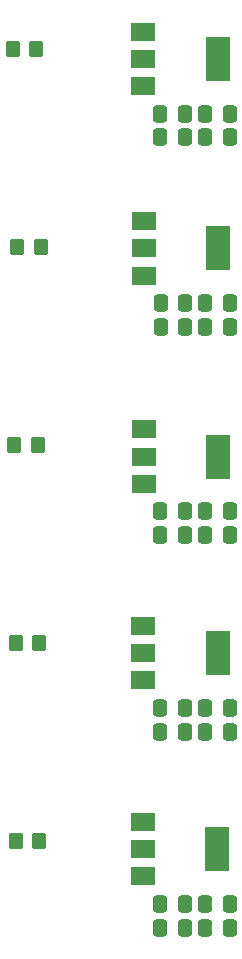
<source format=gbr>
%TF.GenerationSoftware,KiCad,Pcbnew,(6.0.4)*%
%TF.CreationDate,2022-04-03T13:08:36+08:00*%
%TF.ProjectId,Main_Board_Master,4d61696e-5f42-46f6-9172-645f4d617374,rev?*%
%TF.SameCoordinates,Original*%
%TF.FileFunction,Paste,Top*%
%TF.FilePolarity,Positive*%
%FSLAX46Y46*%
G04 Gerber Fmt 4.6, Leading zero omitted, Abs format (unit mm)*
G04 Created by KiCad (PCBNEW (6.0.4)) date 2022-04-03 13:08:36*
%MOMM*%
%LPD*%
G01*
G04 APERTURE LIST*
G04 Aperture macros list*
%AMRoundRect*
0 Rectangle with rounded corners*
0 $1 Rounding radius*
0 $2 $3 $4 $5 $6 $7 $8 $9 X,Y pos of 4 corners*
0 Add a 4 corners polygon primitive as box body*
4,1,4,$2,$3,$4,$5,$6,$7,$8,$9,$2,$3,0*
0 Add four circle primitives for the rounded corners*
1,1,$1+$1,$2,$3*
1,1,$1+$1,$4,$5*
1,1,$1+$1,$6,$7*
1,1,$1+$1,$8,$9*
0 Add four rect primitives between the rounded corners*
20,1,$1+$1,$2,$3,$4,$5,0*
20,1,$1+$1,$4,$5,$6,$7,0*
20,1,$1+$1,$6,$7,$8,$9,0*
20,1,$1+$1,$8,$9,$2,$3,0*%
G04 Aperture macros list end*
%ADD10RoundRect,0.250000X-0.337500X-0.475000X0.337500X-0.475000X0.337500X0.475000X-0.337500X0.475000X0*%
%ADD11RoundRect,0.250000X0.337500X0.475000X-0.337500X0.475000X-0.337500X-0.475000X0.337500X-0.475000X0*%
%ADD12RoundRect,0.249999X0.350001X0.450001X-0.350001X0.450001X-0.350001X-0.450001X0.350001X-0.450001X0*%
%ADD13R,2.000000X1.500000*%
%ADD14R,2.000000X3.800000*%
G04 APERTURE END LIST*
D10*
%TO.C,C1*%
X256921000Y-41122600D03*
X258996000Y-41122600D03*
%TD*%
%TO.C,C2*%
X256924900Y-39116000D03*
X258999900Y-39116000D03*
%TD*%
D11*
%TO.C,C3*%
X262809900Y-39116000D03*
X260734900Y-39116000D03*
%TD*%
%TO.C,C4*%
X262809900Y-41122600D03*
X260734900Y-41122600D03*
%TD*%
D10*
%TO.C,C5*%
X256950300Y-57175400D03*
X259025300Y-57175400D03*
%TD*%
%TO.C,C6*%
X256950300Y-55168800D03*
X259025300Y-55168800D03*
%TD*%
D11*
%TO.C,C7*%
X262809900Y-55168800D03*
X260734900Y-55168800D03*
%TD*%
%TO.C,C8*%
X262809900Y-57175400D03*
X260734900Y-57175400D03*
%TD*%
D10*
%TO.C,C9*%
X256923400Y-74792900D03*
X258998400Y-74792900D03*
%TD*%
%TO.C,C10*%
X256924900Y-72796400D03*
X258999900Y-72796400D03*
%TD*%
D11*
%TO.C,C11*%
X262809900Y-72796400D03*
X260734900Y-72796400D03*
%TD*%
%TO.C,C12*%
X262809900Y-74803000D03*
X260734900Y-74803000D03*
%TD*%
D10*
%TO.C,C13*%
X256924900Y-91440000D03*
X258999900Y-91440000D03*
%TD*%
%TO.C,C14*%
X256924900Y-89433400D03*
X258999900Y-89433400D03*
%TD*%
D11*
%TO.C,C15*%
X262809900Y-89433400D03*
X260734900Y-89433400D03*
%TD*%
%TO.C,C16*%
X262809900Y-91440000D03*
X260734900Y-91440000D03*
%TD*%
D10*
%TO.C,C17*%
X256924900Y-108026200D03*
X258999900Y-108026200D03*
%TD*%
%TO.C,C18*%
X256931600Y-106020500D03*
X259006600Y-106020500D03*
%TD*%
D11*
%TO.C,C19*%
X262809900Y-106019600D03*
X260734900Y-106019600D03*
%TD*%
%TO.C,C20*%
X262809900Y-108026200D03*
X260734900Y-108026200D03*
%TD*%
D12*
%TO.C,R1*%
X246440200Y-33629600D03*
X244440200Y-33629600D03*
%TD*%
%TO.C,R2*%
X246795800Y-50393600D03*
X244795800Y-50393600D03*
%TD*%
%TO.C,R3*%
X246541800Y-67208400D03*
X244541800Y-67208400D03*
%TD*%
%TO.C,R4*%
X246694200Y-83947000D03*
X244694200Y-83947000D03*
%TD*%
%TO.C,R5*%
X246694200Y-100711000D03*
X244694200Y-100711000D03*
%TD*%
D13*
%TO.C,U6*%
X255472800Y-32167800D03*
D14*
X261772800Y-34467800D03*
D13*
X255472800Y-34467800D03*
X255472800Y-36767800D03*
%TD*%
%TO.C,U7*%
X255523600Y-48220600D03*
D14*
X261823600Y-50520600D03*
D13*
X255523600Y-50520600D03*
X255523600Y-52820600D03*
%TD*%
%TO.C,U8*%
X255523600Y-65848200D03*
X255523600Y-68148200D03*
D14*
X261823600Y-68148200D03*
D13*
X255523600Y-70448200D03*
%TD*%
%TO.C,U9*%
X255498200Y-82485200D03*
D14*
X261798200Y-84785200D03*
D13*
X255498200Y-84785200D03*
X255498200Y-87085200D03*
%TD*%
%TO.C,U10*%
X255422000Y-99096800D03*
D14*
X261722000Y-101396800D03*
D13*
X255422000Y-101396800D03*
X255422000Y-103696800D03*
%TD*%
M02*

</source>
